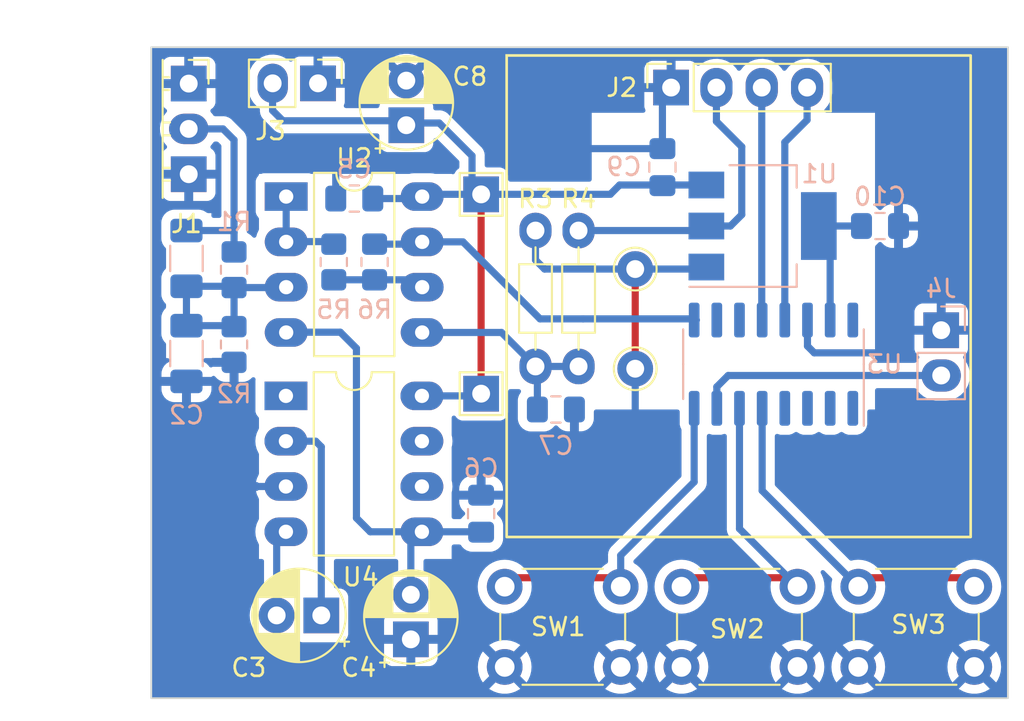
<source format=kicad_pcb>
(kicad_pcb (version 20221018) (generator pcbnew)
  (layers (0 "F.Cu" signal) (31 "B.Cu" signal) (34 "B.Paste" user) (35 "F.Paste" user) (36 "B.SilkS" user "B.Silkscreen") (37 "F.SilkS" user "F.Silkscreen") (38 "B.Mask" user) (39 "F.Mask" user) (44 "Edge.Cuts" user))
  (net 0 "")
  (net 1 "GND")
  (net 2 "IN+")
  (net 3 "+5V")
  (net 4 "V_NEG")
  (net 5 "Net-(U2A-+)")
  (net 6 "V_OFFSET")
  (net 7 "OUT_SIG")
  (net 8 "+3.3V")
  (net 11 "SWIO")
  (net 14 "SCL")
  (net 15 "SDA")
  (net 16 "BTN_L")
  (net 17 "BTN_C")
  (net 18 "BTN_R")
  (net 19 "Net-(U4-CAP+)")
  (net 20 "Net-(U4-CAP-)")
  (net 25 "Net-(U2B--)")
  (net 28 "Net-(U2A--)")
  (footprint "Capacitor_THT:CP_Radial_D5.0mm_P2.50mm" (layer "F.Cu") (at 164.527113 102.86 180)
    (fp_text reference "C3" (at 4.064 -2.931 180) (layer "F.SilkS"))
    (fp_text value "10u")
    (pad "1" thru_hole rect (at 0 0 180) (size 2 2) (drill 1) (layers "*.Cu" "*.Mask") (net 19 "Net-(U4-CAP+)"))
    (pad "2" thru_hole circle (at 2.5 0 180) (size 2 2) (drill 1) (layers "*.Cu" "*.Mask") (net 20 "Net-(U4-CAP-)"))
  )
  (footprint "Capacitor_THT:CP_Radial_D5.0mm_P2.50mm" (layer "F.Cu") (at 169.545 104.202113 90)
    (fp_text reference "C4" (at -1.588887 -2.921 180) (layer "F.SilkS"))
    (fp_text value "10u")
    (pad "1" thru_hole rect (at 0 0 90) (size 2 2) (drill 1) (layers "*.Cu" "*.Mask") (net 1 "GND"))
    (pad "2" thru_hole circle (at 2.5 0 90) (size 2 2) (drill 1) (layers "*.Cu" "*.Mask" "B.Adhes") (net 4 "V_NEG"))
  )
  (footprint "Connector_PinSocket_2.54mm:PinSocket_1x04_P2.54mm_Vertical" (layer "F.Cu") (at 184.128 73.263 90)
    (fp_text reference "J2" (at 0 -2.77 180) (layer "F.SilkS"))
    (fp_text value "OLED")
    (pad "1" thru_hole rect (at 0 0 90) (size 2 2) (drill 1) (layers "*.Cu" "*.Mask") (net 1 "GND"))
    (pad "2" thru_hole oval (at 0 2.54 90) (size 2.2 1.8) (drill 1) (layers "*.Cu" "*.Mask") (net 8 "+3.3V"))
    (pad "3" thru_hole oval (at 0 5.08 90) (size 2.2 1.8) (drill 1) (layers "*.Cu" "*.Mask") (net 14 "SCL"))
    (pad "4" thru_hole oval (at 0 7.62 90) (size 2.2 1.8) (drill oval 1) (layers "*.Cu" "*.Mask") (net 15 "SDA"))
  )
  (footprint "TestPoint:TestPoint_THTPad_2.0x2.0mm_Drill1.0mm" (layer "F.Cu") (at 173.485 90.427)
    (fp_text reference "TP6" hide)
    (fp_text value "TestPoint")
    (pad "1" thru_hole rect (at 0 0) (size 2 2) (drill 1) (layers "*.Cu" "*.Mask") (net 3 "+5V"))
  )
  (footprint "Connector_PinHeader_2.54mm:PinHeader_1x02_P2.54mm_Vertical" (layer "F.Cu") (at 164.343 73.025 -90)
    (fp_text reference "J3" (at 2.667 2.667) (layer "F.SilkS"))
    (fp_text value "Conn_01x02")
    (pad "1" thru_hole rect (at 0 0 270) (size 2 2) (drill 1) (layers "*.Cu" "*.Mask") (net 1 "GND"))
    (pad "2" thru_hole oval (at 0 2.54 270) (size 2.2 1.7) (drill 1) (layers "*.Cu" "*.Mask") (net 3 "+5V"))
  )
  (footprint "Button_Switch_THT:SW_PUSH_6mm" (layer "F.Cu") (at 174.804 101.25)
    (fp_text reference "SW1" (at 2.996 2.25) (layer "F.SilkS"))
    (fp_text value "Decrement")
    (pad "1" thru_hole circle (at 0 0 90) (size 2 2) (drill 1.1) (layers "*.Cu" "*.Mask") (net 16 "BTN_L"))
    (pad "1" thru_hole circle (at 6.5 0 90) (size 2 2) (drill 1.1) (layers "*.Cu" "*.Mask") (net 16 "BTN_L"))
    (pad "2" thru_hole circle (at 0 4.5 90) (size 2 2) (drill 1.1) (layers "*.Cu" "*.Mask") (net 1 "GND"))
    (pad "2" thru_hole circle (at 6.5 4.5 90) (size 2 2) (drill 1.1) (layers "*.Cu" "*.Mask") (net 1 "GND"))
  )
  (footprint "TestPoint:TestPoint_THTPad_D2.0mm_Drill1.0mm" (layer "F.Cu") (at 182.118 89.027)
    (fp_text reference "TP2" hide)
    (fp_text value "TestPoint")
    (pad "1" thru_hole circle (at 0 0) (size 2 2) (drill 1) (layers "*.Cu" "*.Mask") (net 1 "GND"))
  )
  (footprint "Button_Switch_THT:SW_PUSH_6mm" (layer "F.Cu") (at 184.71 101.25)
    (fp_text reference "SW2" (at 3.123 2.377) (layer "F.SilkS"))
    (fp_text value "Select")
    (pad "1" thru_hole circle (at 0 0 90) (size 2 2) (drill 1.1) (layers "*.Cu" "*.Mask") (net 17 "BTN_C"))
    (pad "1" thru_hole circle (at 6.5 0 90) (size 2 2) (drill 1.1) (layers "*.Cu" "*.Mask") (net 17 "BTN_C"))
    (pad "2" thru_hole circle (at 0 4.5 90) (size 2 2) (drill 1.1) (layers "*.Cu" "*.Mask") (net 1 "GND"))
    (pad "2" thru_hole circle (at 6.5 4.5 90) (size 2 2) (drill 1.1) (layers "*.Cu" "*.Mask") (net 1 "GND"))
  )
  (footprint "Package_DIP:DIP-8_W7.62mm_LongPads" (layer "F.Cu") (at 162.56 79.375)
    (fp_text reference "U2" (at 3.81 -2.159) (layer "F.SilkS"))
    (fp_text value "TL082")
    (pad "1" thru_hole rect (at 0 0) (size 2.4 1.6) (drill 0.8) (layers "*.Cu" "*.Mask") (net 28 "Net-(U2A--)"))
    (pad "2" thru_hole oval (at 0 2.54) (size 2.4 1.6) (drill 0.8) (layers "*.Cu" "*.Mask") (net 28 "Net-(U2A--)"))
    (pad "3" thru_hole oval (at 0 5.08) (size 2.4 1.6) (drill 0.8) (layers "*.Cu" "*.Mask") (net 5 "Net-(U2A-+)"))
    (pad "4" thru_hole oval (at 0 7.62) (size 2.4 1.6) (drill 0.8) (layers "*.Cu" "*.Mask") (net 4 "V_NEG"))
    (pad "5" thru_hole oval (at 7.62 7.62) (size 2.4 1.6) (drill 0.8) (layers "*.Cu" "*.Mask") (net 6 "V_OFFSET"))
    (pad "6" thru_hole oval (at 7.62 5.08) (size 2.4 1.6) (drill 0.8) (layers "*.Cu" "*.Mask") (net 25 "Net-(U2B--)"))
    (pad "7" thru_hole oval (at 7.62 2.54) (size 2.4 1.6) (drill 0.8) (layers "*.Cu" "*.Mask") (net 7 "OUT_SIG"))
    (pad "8" thru_hole oval (at 7.62 0) (size 2.4 1.6) (drill 0.8) (layers "*.Cu" "*.Mask") (net 3 "+5V"))
  )
  (footprint "Resistor_THT:R_Axial_DIN0204_L3.6mm_D1.6mm_P7.62mm_Horizontal" (layer "F.Cu") (at 178.943 81.279999 -90)
    (fp_text reference "R4" (at -1.777999 0 180) (layer "F.SilkS"))
    (fp_text value "60k")
    (pad "1" thru_hole oval (at 0 0 270) (size 2 1.8) (drill 1) (layers "*.Cu" "*.Mask") (net 8 "+3.3V"))
    (pad "2" thru_hole oval (at 7.62 0 270) (size 2 1.8) (drill 1) (layers "*.Cu" "*.Mask") (net 6 "V_OFFSET"))
  )
  (footprint "Package_DIP:DIP-8_W7.62mm_LongPads" (layer "F.Cu") (at 162.545 90.551)
    (fp_text reference "U4" (at 4.191 10.16) (layer "F.SilkS"))
    (fp_text value "ICL7660")
    (pad "1" thru_hole rect (at 0 0) (size 2.4 1.6) (drill 0.8) (layers "*.Cu" "*.Mask"))
    (pad "2" thru_hole oval (at 0 2.54) (size 2.4 1.6) (drill 0.8) (layers "*.Cu" "*.Mask") (net 19 "Net-(U4-CAP+)"))
    (pad "3" thru_hole oval (at 0 5.08) (size 2.4 1.6) (drill 0.8) (layers "*.Cu" "*.Mask") (net 1 "GND"))
    (pad "4" thru_hole oval (at 0 7.62) (size 2.4 1.6) (drill 0.8) (layers "*.Cu" "*.Mask") (net 20 "Net-(U4-CAP-)"))
    (pad "5" thru_hole oval (at 7.62 7.62) (size 2.4 1.6) (drill 0.8) (layers "*.Cu" "*.Mask") (net 4 "V_NEG"))
    (pad "6" thru_hole oval (at 7.62 5.08) (size 2.4 1.6) (drill 0.8) (layers "*.Cu" "*.Mask"))
    (pad "7" thru_hole oval (at 7.62 2.54) (size 2.4 1.6) (drill 0.8) (layers "*.Cu" "*.Mask"))
    (pad "8" thru_hole oval (at 7.62 0) (size 2.4 1.6) (drill 0.8) (layers "*.Cu" "*.Mask") (net 3 "+5V"))
  )
  (footprint "Button_Switch_THT:SW_PUSH_6mm" (layer "F.Cu") (at 194.616 101.25)
    (fp_text reference "SW3" (at 3.377 2.123) (layer "F.SilkS"))
    (fp_text value "Increment")
    (pad "1" thru_hole circle (at 0 0 90) (size 2 2) (drill 1.1) (layers "*.Cu" "*.Mask") (net 18 "BTN_R"))
    (pad "1" thru_hole circle (at 6.5 0 90) (size 2 2) (drill 1.1) (layers "*.Cu" "*.Mask") (net 18 "BTN_R"))
    (pad "2" thru_hole circle (at 0 4.5 90) (size 2 2) (drill 1.1) (layers "*.Cu" "*.Mask") (net 1 "GND"))
    (pad "2" thru_hole circle (at 6.5 4.5 90) (size 2 2) (drill 1.1) (layers "*.Cu" "*.Mask") (net 1 "GND"))
  )
  (footprint "Resistor_THT:R_Axial_DIN0204_L3.6mm_D1.6mm_P7.62mm_Horizontal" (layer "F.Cu") (at 176.53 88.9 90)
    (fp_text reference "R3" (at 9.398 0 180) (layer "F.SilkS"))
    (fp_text value "20k")
    (pad "1" thru_hole oval (at 0 0 90) (size 2 1.8) (drill 1) (layers "*.Cu" "*.Mask") (net 6 "V_OFFSET"))
    (pad "2" thru_hole oval (at 7.62 0 90) (size 2 1.8) (drill 1) (layers "*.Cu" "*.Mask") (net 1 "GND"))
  )
  (footprint "Connector_PinSocket_2.54mm:PinSocket_1x03_P2.54mm_Horizontal" (layer "F.Cu") (at 157.099 73.04)
    (fp_text reference "J1" (at -0.127 7.859) (layer "F.SilkS"))
    (fp_text value "IN")
    (pad "1" thru_hole rect (at 0 0) (size 2 2) (drill 1) (layers "*.Cu" "*.Mask") (net 1 "GND"))
    (pad "2" thru_hole oval (at 0 2.54) (size 2.2 1.7) (drill 1) (layers "*.Cu" "*.Mask") (net 2 "IN+"))
    (pad "3" thru_hole rect (at 0 5.08) (size 2 2) (drill 1) (layers "*.Cu" "*.Mask") (net 1 "GND"))
  )
  (footprint "Capacitor_THT:CP_Radial_D5.0mm_P2.50mm" (layer "F.Cu") (at 169.291 75.373113 90)
    (fp_text reference "C8" (at 2.733113 3.556 180) (layer "F.SilkS"))
    (fp_text value "100u")
    (pad "1" thru_hole rect (at 0 0 90) (size 2 2) (drill 1) (layers "*.Cu" "*.Mask") (net 3 "+5V"))
    (pad "2" thru_hole circle (at 2.5 0 90) (size 2 2) (drill 1) (layers "*.Cu" "*.Mask") (net 1 "GND"))
  )
  (footprint "TestPoint:TestPoint_THTPad_D2.0mm_Drill1.0mm" (layer "F.Cu") (at 182.118 83.439)
    (fp_text reference "TP1" hide)
    (fp_text value "TestPoint")
    (pad "1" thru_hole circle (at 0 0) (size 2 2) (drill 1) (layers "*.Cu" "*.Mask") (net 1 "GND"))
  )
  (footprint "TestPoint:TestPoint_THTPad_2.0x2.0mm_Drill1.0mm" (layer "F.Cu") (at 173.485 79.251)
    (fp_text reference "TP3" hide)
    (fp_text value "TestPoint")
    (pad "1" thru_hole rect (at 0 0) (size 2 2) (drill 1) (layers "*.Cu" "*.Mask") (net 3 "+5V"))
  )
  (footprint "Capacitor_SMD:C_0805_2012Metric_Pad1.18x1.45mm_HandSolder" (layer "B.Cu") (at 166.375 79.486 180)
    (fp_text reference "C5" (at 0.005 1.651) (layer "B.SilkS") (effects (justify mirror)))
    (fp_text value "100n")
    (pad "1" smd roundrect (at -1.0375 0 180) (size 1.175 1.45) (layers "B.Cu" "B.Paste" "B.Mask") (roundrect_rratio 0.2127659574) (net 3 "+5V"))
    (pad "2" smd roundrect (at 1.0375 0 180) (size 1.175 1.45) (layers "B.Cu" "B.Paste" "B.Mask") (roundrect_rratio 0.2127659574) (net 1 "GND"))
  )
  (footprint "Resistor_SMD:R_0805_2012Metric_Pad1.20x1.40mm_HandSolder" (layer "B.Cu") (at 159.639 87.6685 -90)
    (fp_text reference "R2" (at 2.7725 0) (layer "B.SilkS") (effects (justify mirror)))
    (fp_text value "500k")
    (pad "1" smd roundrect (at -1 0 270) (size 1.2 1.4) (layers "B.Cu" "B.Paste" "B.Mask") (roundrect_rratio 0.2083333333) (net 5 "Net-(U2A-+)"))
    (pad "2" smd roundrect (at 1 0 270) (size 1.2 1.4) (layers "B.Cu" "B.Paste" "B.Mask") (roundrect_rratio 0.2083333333) (net 1 "GND"))
  )
  (footprint "Capacitor_SMD:C_0805_2012Metric_Pad1.18x1.45mm_HandSolder" (layer "B.Cu") (at 195.834 81.026)
    (fp_text reference "C10" (at 0 -1.651 180) (layer "B.SilkS") (effects (justify mirror)))
    (fp_text value "100n")
    (pad "1" smd roundrect (at -1.0375 0) (size 1.175 1.45) (layers "B.Cu" "B.Paste" "B.Mask") (roundrect_rratio 0.2127659574) (net 8 "+3.3V"))
    (pad "2" smd roundrect (at 1.0375 0) (size 1.175 1.45) (layers "B.Cu" "B.Paste" "B.Mask") (roundrect_rratio 0.2127659574) (net 1 "GND"))
  )
  (footprint "Package_TO_SOT_SMD:SOT-223-3_TabPin2" (layer "B.Cu") (at 189.255 81.026)
    (fp_text reference "U1" (at 3.175 -2.921) (layer "B.SilkS") (effects (justify mirror)))
    (fp_text value "AMS1117-3.3")
    (pad "1" smd rect (at -3.15 2.3) (size 2 1.5) (layers "B.Cu" "B.Paste" "B.Mask") (net 1 "GND"))
    (pad "2" smd rect (at -3.15 0) (size 2 1.5) (layers "B.Cu" "B.Paste" "B.Mask") (net 8 "+3.3V"))
    (pad "2" smd rect (at 3.15 0) (size 2 3.8) (layers "B.Cu" "B.Paste" "B.Mask") (net 8 "+3.3V"))
    (pad "3" smd rect (at -3.15 -2.3) (size 2 1.5) (layers "B.Cu" "B.Paste" "B.Mask") (net 3 "+5V"))
  )
  (footprint "Capacitor_SMD:C_1206_3216Metric_Pad1.33x1.80mm_HandSolder" (layer "B.Cu") (at 156.972 88.1765 -90)
    (fp_text reference "C2" (at 3.4505 0) (layer "B.SilkS") (effects (justify mirror)))
    (fp_text value "22p")
    (pad "1" smd roundrect (at -1.5625 0 270) (size 1.325 1.8) (layers "B.Cu" "B.Paste" "B.Mask") (roundrect_rratio 0.1886792453) (net 5 "Net-(U2A-+)"))
    (pad "2" smd roundrect (at 1.5625 0 270) (size 1.325 1.8) (layers "B.Cu" "B.Paste" "B.Mask") (roundrect_rratio 0.1886792453) (net 1 "GND"))
  )
  (footprint "Package_SO:SOIC-16_3.9x9.9mm_P1.27mm" (layer "B.Cu") (at 189.865 88.773 90)
    (fp_text reference "U3" (at 0 6.223 180) (layer "B.SilkS") (effects (justify mirror)))
    (fp_text value "CH32V003A4M6")
    (pad "1" smd roundrect (at -2.475 4.445 90) (size 1.95 0.6) (layers "B.Cu" "B.Paste" "B.Mask"))
    (pad "2" smd roundrect (at -2.475 3.175 90) (size 1.95 0.6) (layers "B.Cu" "B.Paste" "B.Mask"))
    (pad "3" smd roundrect (at -2.475 1.905 90) (size 1.95 0.6) (layers "B.Cu" "B.Paste" "B.Mask"))
    (pad "4" smd roundrect (at -2.475 0.635 90) (size 1.95 0.6) (layers "B.Cu" "B.Paste" "B.Mask"))
    (pad "5" smd roundrect (at -2.475 -0.635 90) (size 1.95 0.6) (layers "B.Cu" "B.Paste" "B.Mask") (net 18 "BTN_R"))
    (pad "6" smd roundrect (at -2.475 -1.905 90) (size 1.95 0.6) (layers "B.Cu" "B.Paste" "B.Mask") (net 17 "BTN_C"))
    (pad "7" smd roundrect (at -2.475 -3.175 90) (size 1.95 0.6) (layers "B.Cu" "B.Paste" "B.Mask") (net 11 "SWIO"))
    (pad "8" smd roundrect (at -2.475 -4.445 90) (size 1.95 0.6) (layers "B.Cu" "B.Paste" "B.Mask") (net 16 "BTN_L"))
    (pad "9" smd roundrect (at 2.475 -4.445 90) (size 1.95 0.6) (layers "B.Cu" "B.Paste" "B.Mask") (net 7 "OUT_SIG"))
    (pad "10" smd roundrect (at 2.475 -3.175 90) (size 1.95 0.6) (layers "B.Cu" "B.Paste" "B.Mask"))
    (pad "11" smd roundrect (at 2.475 -1.905 90) (size 1.95 0.6) (layers "B.Cu" "B.Paste" "B.Mask"))
    (pad "12" smd roundrect (at 2.475 -0.635 90) (size 1.95 0.6) (layers "B.Cu" "B.Paste" "B.Mask") (net 14 "SCL"))
    (pad "13" smd roundrect (at 2.475 0.635 90) (size 1.95 0.6) (layers "B.Cu" "B.Paste" "B.Mask") (net 15 "SDA"))
    (pad "14" smd roundrect (at 2.475 1.905 90) (size 1.95 0.6) (layers "B.Cu" "B.Paste" "B.Mask") (net 1 "GND"))
    (pad "15" smd roundrect (at 2.475 3.175 90) (size 1.95 0.6) (layers "B.Cu" "B.Paste" "B.Mask") (net 8 "+3.3V"))
    (pad "16" smd roundrect (at 2.475 4.445 90) (size 1.95 0.6) (layers "B.Cu" "B.Paste" "B.Mask"))
  )
  (footprint "Capacitor_SMD:C_1206_3216Metric_Pad1.33x1.80mm_HandSolder" (layer "B.Cu") (at 156.972 82.8425 -90)
    (fp_text reference "C1" hide)
    (fp_text value "22p")
    (pad "1" smd roundrect (at -1.5625 0 270) (size 1.325 1.8) (layers "B.Cu" "B.Paste" "B.Mask") (roundrect_rratio 0.1886792453) (net 2 "IN+"))
    (pad "2" smd roundrect (at 1.5625 0 270) (size 1.325 1.8) (layers "B.Cu" "B.Paste" "B.Mask") (roundrect_rratio 0.1886792453) (net 5 "Net-(U2A-+)"))
  )
  (footprint "Capacitor_SMD:C_0805_2012Metric_Pad1.18x1.45mm_HandSolder" (layer "B.Cu") (at 173.482 97.155 -90)
    (fp_text reference "C6" (at -2.54 0 180) (layer "B.SilkS") (effects (justify mirror)))
    (fp_text value "100n")
    (pad "1" smd roundrect (at -1.0375 0 270) (size 1.175 1.45) (layers "B.Cu" "B.Paste" "B.Mask") (roundrect_rratio 0.2127659574) (net 1 "GND"))
    (pad "2" smd roundrect (at 1.0375 0 270) (size 1.175 1.45) (layers "B.Cu" "B.Paste" "B.Mask") (roundrect_rratio 0.2127659574) (net 4 "V_NEG"))
  )
  (footprint "Resistor_SMD:R_0805_2012Metric_Pad1.20x1.40mm_HandSolder" (layer "B.Cu") (at 167.513 83.042 -90)
    (fp_text reference "R6" (at 2.667 0 180) (layer "B.SilkS") (effects (justify mirror)))
    (fp_text value "20k")
    (pad "1" smd roundrect (at -1 0 270) (size 1.2 1.4) (layers "B.Cu" "B.Paste" "B.Mask") (roundrect_rratio 0.2083333333) (net 7 "OUT_SIG"))
    (pad "2" smd roundrect (at 1 0 270) (size 1.2 1.4) (layers "B.Cu" "B.Paste" "B.Mask") (roundrect_rratio 0.2083333333) (net 25 "Net-(U2B--)"))
  )
  (footprint "Capacitor_SMD:C_0805_2012Metric_Pad1.18x1.45mm_HandSolder" (layer "B.Cu") (at 177.673 91.313)
    (fp_text reference "C7" (at 0 2.032 180) (layer "B.SilkS") (effects (justify mirror)))
    (fp_text value "100n")
    (pad "1" smd roundrect (at -1.0375 0) (size 1.175 1.45) (layers "B.Cu" "B.Paste" "B.Mask") (roundrect_rratio 0.2127659574) (net 6 "V_OFFSET"))
    (pad "2" smd roundrect (at 1.0375 0) (size 1.175 1.45) (layers "B.Cu" "B.Paste" "B.Mask") (roundrect_rratio 0.2127659574) (net 1 "GND"))
  )
  (footprint "Resistor_SMD:R_0805_2012Metric_Pad1.20x1.40mm_HandSolder" (layer "B.Cu") (at 159.639 83.4775 -90)
    (fp_text reference "R1" (at -2.6885 0) (layer "B.SilkS") (effects (justify mirror)))
    (fp_text value "500k")
    (pad "1" smd roundrect (at -1 0 270) (size 1.2 1.4) (layers "B.Cu" "B.Paste" "B.Mask") (roundrect_rratio 0.2083333333) (net 2 "IN+"))
    (pad "2" smd roundrect (at 1 0 270) (size 1.2 1.4) (layers "B.Cu" "B.Paste" "B.Mask") (roundrect_rratio 0.2083333333) (net 5 "Net-(U2A-+)"))
  )
  (footprint "Connector_PinHeader_2.54mm:PinHeader_1x02_P2.54mm_Vertical" (layer "B.Cu") (at 199.263 86.868 180)
    (fp_text reference "J4" (at 0 2.33) (layer "B.SilkS") (effects (justify mirror)))
    (fp_text value "Debug/Prog")
    (pad "1" thru_hole rect (at 0 0 180) (size 2 2) (drill 1) (layers "*.Cu" "*.Mask") (net 1 "GND"))
    (pad "2" thru_hole oval (at 0 -2.54 180) (size 2.2 1.8) (drill 1) (layers "*.Cu" "*.Mask") (net 11 "SWIO"))
  )
  (footprint "Capacitor_SMD:C_0805_2012Metric_Pad1.18x1.45mm_HandSolder" (layer "B.Cu") (at 183.642 77.724 -90)
    (fp_text reference "C9" (at -0.0215 2.159 180) (layer "B.SilkS") (effects (justify mirror)))
    (fp_text value "100n")
    (pad "1" smd roundrect (at -1.0375 0 270) (size 1.175 1.45) (layers "B.Cu" "B.Paste" "B.Mask") (roundrect_rratio 0.2127659574) (net 1 "GND"))
    (pad "2" smd roundrect (at 1.0375 0 270) (size 1.175 1.45) (layers "B.Cu" "B.Paste" "B.Mask") (roundrect_rratio 0.2127659574) (net 3 "+5V"))
  )
  (footprint "Resistor_SMD:R_0805_2012Metric_Pad1.20x1.40mm_HandSolder" (layer "B.Cu") (at 165.227 83.042 -90)
    (fp_text reference "R5" (at 2.667 0 180) (layer "B.SilkS") (effects (justify mirror)))
    (fp_text value "20k")
    (pad "1" smd roundrect (at -1 0 270) (size 1.2 1.4) (layers "B.Cu" "B.Paste" "B.Mask") (roundrect_rratio 0.2083333333) (net 28 "Net-(U2A--)"))
    (pad "2" smd roundrect (at 1 0 270) (size 1.2 1.4) (layers "B.Cu" "B.Paste" "B.Mask") (roundrect_rratio 0.2083333333) (net 25 "Net-(U2B--)"))
  )
  (gr_rect (start 174.914 71.463) (end 200.914 98.463) (stroke (width 0.15)) (fill none) (layer "F.SilkS"))
  (gr_rect (start 155 71) (end 203 107.5) (stroke (width 0.1)) (fill none) (layer "Edge.Cuts"))
  (segment (start 182.118 83.439) (end 182.118 88.392) (width 0.4) (layer "F.Cu") (net 1))
  (segment (start 191.77 87.757) (end 192.151 88.138) (width 0.4) (layer "B.Cu") (net 1))
  (segment (start 182.118 88.392) (end 182.118 91.694) (width 0.4) (layer "B.Cu") (net 1))
  (segment (start 177.038 83.439) (end 183.007 83.439) (width 0.4) (layer "B.Cu") (net 1))
  (segment (start 184.128 76.4545) (end 184.023 76.5595) (width 0.4) (layer "B.Cu") (net 1))
  (segment (start 192.151 88.138) (end 195.707 88.138) (width 0.4) (layer "B.Cu") (net 1))
  (segment (start 162.545 95.631) (end 159.639 95.631) (width 0.4) (layer "B.Cu") (net 1))
  (segment (start 183.007 83.439) (end 186.475 83.439) (width 0.4) (layer "B.Cu") (net 1))
  (segment (start 165.3375 79.486) (end 165.3375 77.0565) (width 0.4) (layer "B.Cu") (net 1))
  (segment (start 186.475 83.439) (end 186.588 83.326) (width 0.4) (layer "B.Cu") (net 1))
  (segment (start 183.642 76.6865) (end 179.2185 76.6865) (width 0.4) (layer "B.Cu") (net 1))
  (segment (start 183.642 76.6865) (end 183.642 73.749) (width 0.4) (layer "B.Cu") (net 1))
  (segment (start 183.642 73.749) (end 184.128 73.263) (width 0.4) (layer "B.Cu") (net 1))
  (segment (start 191.77 86.298) (end 191.77 87.757) (width 0.4) (layer "B.Cu") (net 1))
  (segment (start 176.53 82.931) (end 177.038 83.439) (width 0.4) (layer "B.Cu") (net 1))
  (segment (start 176.53 81.28) (end 176.53 82.931) (width 0.4) (layer "B.Cu") (net 1))
  (segment (start 156.972 81.28) (end 159.512 81.28) (width 0.4) (layer "B.Cu") (net 2))
  (segment (start 159.639 81.407) (end 159.639 82.4775) (width 0.4) (layer "B.Cu") (net 2))
  (segment (start 159.019 75.58) (end 157.099 75.58) (width 0.4) (layer "B.Cu") (net 2))
  (segment (start 159.639 76.2) (end 159.019 75.58) (width 0.4) (layer "B.Cu") (net 2))
  (segment (start 159.639 81.407) (end 159.639 76.2) (width 0.4) (layer "B.Cu") (net 2))
  (segment (start 159.512 81.28) (end 159.639 81.407) (width 0.4) (layer "B.Cu") (net 2))
  (segment (start 173.482 79.254) (end 173.482 90.424) (width 0.4) (layer "F.Cu") (net 3))
  (segment (start 173.115 78.726) (end 172.593 79.248) (width 0.4) (layer "B.Cu") (net 3))
  (segment (start 169.418 90.551) (end 172.847 90.551) (width 0.4) (layer "B.Cu") (net 3))
  (segment (start 170.3285 79.2105) (end 170.18 79.359) (width 0.4) (layer "B.Cu") (net 3))
  (segment (start 186.4965 78.6345) (end 186.588 78.726) (width 0.4) (layer "B.Cu") (net 3))
  (segment (start 167.4125 79.486) (end 170.053 79.486) (width 0.4) (layer "B.Cu") (net 3))
  (segment (start 168.788 75.250113) (end 171.135113 75.250113) (width 0.4) (layer "B.Cu") (net 3))
  (segment (start 162.372113 75.123113) (end 161.798 74.549) (width 0.4) (layer "B.Cu") (net 3))
  (segment (start 172.847 90.551) (end 172.974 90.424) (width 0.4) (layer "B.Cu") (net 3))
  (segment (start 181.243 78.726) (end 186.105 78.726) (width 0.4) (layer "B.Cu") (net 3))
  (segment (start 171.135113 75.250113) (end 172.974 77.089) (width 0.4) (layer "B.Cu") (net 3))
  (segment (start 170.053 79.486) (end 170.18 79.359) (width 0.4) (layer "B.Cu") (net 3))
  (segment (start 170.307 79.232) (end 170.18 79.359) (width 0.4) (layer "B.Cu") (net 3))
  (segment (start 180.721 79.248) (end 181.243 78.726) (width 0.4) (layer "B.Cu") (net 3))
  (segment (start 161.798 74.549) (end 161.798 73.025) (width 0.4) (layer "B.Cu") (net 3))
  (segment (start 172.974 79.248) (end 169.545 79.248) (width 0.4) (layer "B.Cu") (net 3))
  (segment (start 172.974 77.089) (end 172.974 79.248) (width 0.4) (layer "B.Cu") (net 3))
  (segment (start 172.593 79.248) (end 180.721 79.248) (width 0.4) (layer "B.Cu") (net 3))
  (segment (start 169.164 75.123113) (end 162.372113 75.123113) (width 0.4) (layer "B.Cu") (net 3))
  (segment (start 170.434 79.105) (end 170.18 79.359) (width 0.4) (layer "B.Cu") (net 3))
  (segment (start 167.269 98.171) (end 166.497 97.399) (width 0.4) (layer "B.Cu") (net 4))
  (segment (start 166.497 97.399) (end 166.497 87.884) (width 0.4) (layer "B.Cu") (net 4))
  (segment (start 170.165 98.171) (end 173.4605 98.171) (width 0.4) (layer "B.Cu") (net 4))
  (segment (start 166.497 87.884) (end 165.592 86.979) (width 0.4) (layer "B.Cu") (net 4))
  (segment (start 170.165 98.171) (end 167.269 98.171) (width 0.4) (layer "B.Cu") (net 4))
  (segment (start 169.545 98.791) (end 170.165 98.171) (width 0.4) (layer "B.Cu") (net 4))
  (segment (start 169.418 101.800112) (end 169.433 101.815112) (width 0.4) (layer "B.Cu") (net 4))
  (segment (start 165.592 86.979) (end 162.56 86.979) (width 0.4) (layer "B.Cu") (net 4))
  (segment (start 173.4605 98.171) (end 173.482 98.1925) (width 0.4) (layer "B.Cu") (net 4))
  (segment (start 162.56 86.979) (end 162.56 87.462) (width 0.4) (layer "B.Cu") (net 4))
  (segment (start 169.545 101.702113) (end 169.545 98.791) (width 0.4) (layer "B.Cu") (net 4))
  (segment (start 159.164 84.532) (end 159.258 84.626) (width 0.4) (layer "B.Cu") (net 5))
  (segment (start 159.5845 86.614) (end 159.639 86.6685) (width 0.4) (layer "B.Cu") (net 5))
  (segment (start 159.5665 84.405) (end 159.639 84.4775) (width 0.4) (layer "B.Cu") (net 5))
  (segment (start 159.242 86.42) (end 159.258 86.436) (width 0.4) (layer "B.Cu") (net 5))
  (segment (start 162.5545 84.4445) (end 162.56 84.439) (width 0.4) (layer "B.Cu") (net 5))
  (segment (start 156.972 86.4655) (end 156.972 84.532) (width 0.4) (layer "B.Cu") (net 5))
  (segment (start 159.639 84.4775) (end 159.639 86.6685) (width 0.4) (layer "B.Cu") (net 5))
  (segment (start 159.2285 86.4655) (end 159.258 86.436) (width 0.4) (layer "B.Cu") (net 5))
  (segment (start 162.5375 84.4775) (end 162.56 84.455) (width 0.4) (layer "B.Cu") (net 5))
  (segment (start 156.972 86.614) (end 159.5845 86.614) (width 0.4) (layer "B.Cu") (net 5))
  (segment (start 156.972 84.405) (end 159.5665 84.405) (width 0.4) (layer "B.Cu") (net 5))
  (segment (start 159.2205 84.6635) (end 159.258 84.626) (width 0.4) (layer "B.Cu") (net 5))
  (segment (start 159.639 84.4775) (end 162.5375 84.4775) (width 0.4) (layer "B.Cu") (net 5))
  (segment (start 169.418 86.995) (end 174.625 86.995) (width 0.4) (layer "B.Cu") (net 6))
  (segment (start 176.6355 91.313) (end 176.6355 89.0055) (width 0.4) (layer "B.Cu") (net 6))
  (segment (start 174.625 86.995) (end 176.53 88.9) (width 0.4) (layer "B.Cu") (net 6))
  (segment (start 176.53 88.9) (end 178.943 88.899999) (width 0.4) (layer "B.Cu") (net 6))
  (segment (start 176.6355 89.0055) (end 176.53 88.9) (width 0.4) (layer "B.Cu") (net 6))
  (segment (start 172.466 81.915) (end 176.784 86.233) (width 0.4) (layer "B.Cu") (net 7))
  (segment (start 169.418 81.915) (end 171.069 81.915) (width 0.4) (layer "B.Cu") (net 7))
  (segment (start 179.197 86.233) (end 185.482 86.233) (width 0.4) (layer "B.Cu") (net 7))
  (segment (start 185.482 86.233) (end 185.547 86.298) (width 0.4) (layer "B.Cu") (net 7))
  (segment (start 170.037 82.042) (end 170.18 81.899) (width 0.4) (layer "B.Cu") (net 7))
  (segment (start 167.513 82.042) (end 170.037 82.042) (width 0.4) (layer "B.Cu") (net 7))
  (segment (start 170.18 81.915) (end 172.466 81.915) (width 0.4) (layer "B.Cu") (net 7))
  (segment (start 176.784 86.233) (end 179.197 86.233) (width 0.4) (layer "B.Cu") (net 7))
  (segment (start 188.087 80.391) (end 188.087 76.581) (width 0.4) (layer "B.Cu") (net 8))
  (segment (start 193.04 86.298) (end 193.04 81.661) (width 0.4) (layer "B.Cu") (net 8))
  (segment (start 188.087 76.581) (end 186.668 75.162) (width 0.4) (layer "B.Cu") (net 8))
  (segment (start 178.943 81.279999) (end 185.851001 81.279999) (width 0.4) (layer "B.Cu") (net 8))
  (segment (start 185.851001 81.279999) (end 186.105 81.026) (width 0.4) (layer "B.Cu") (net 8))
  (segment (start 179.196999 81.026) (end 178.943 81.279999) (width 0.4) (layer "B.Cu") (net 8))
  (segment (start 194.7965 81.026) (end 192.405 81.026) (width 0.4) (layer "B.Cu") (net 8))
  (segment (start 186.668 75.162) (end 186.668 73.263) (width 0.4) (layer "B.Cu") (net 8))
  (segment (start 187.452 81.026) (end 188.087 80.391) (width 0.4) (layer "B.Cu") (net 8))
  (segment (start 186.105 81.026) (end 187.452 81.026) (width 0.4) (layer "B.Cu") (net 8))
  (segment (start 186.334001 81.279999) (end 186.588 81.026) (width 0.4) (layer "B.Cu") (net 8))
  (segment (start 186.69 91.248) (end 186.69 90.043) (width 0.4) (layer "B.Cu") (net 11))
  (segment (start 198.882 89.408) (end 198.887 89.403) (width 0.4) (layer "B.Cu") (net 11))
  (segment (start 187.325 89.408) (end 198.882 89.408) (width 0.4) (layer "B.Cu") (net 11))
  (segment (start 186.69 90.043) (end 187.325 89.408) (width 0.4) (layer "B.Cu") (net 11))
  (segment (start 189.208 73.263) (end 189.208 86.276) (width 0.4) (layer "B.Cu") (net 14))
  (segment (start 189.208 86.276) (end 189.23 86.298) (width 0.4) (layer "B.Cu") (net 14))
  (segment (start 190.5 76.327) (end 190.5 86.298) (width 0.4) (layer "B.Cu") (net 15))
  (segment (start 191.748 75.079) (end 190.5 76.327) (width 0.4) (layer "B.Cu") (net 15))
  (segment (start 191.748 73.263) (end 191.748 75.079) (width 0.4) (layer "B.Cu") (net 15))
  (segment (start 174.804 100.747) (end 181.304 100.747) (width 0.4) (layer "F.Cu") (net 16))
  (segment (start 185.42 91.248) (end 185.42 95.377) (width 0.4) (layer "B.Cu") (net 16))
  (segment (start 185.42 95.377) (end 181.304 99.493) (width 0.4) (layer "B.Cu") (net 16))
  (segment (start 181.304 99.493) (end 181.304 101.25) (width 0.4) (layer "B.Cu") (net 16))
  (segment (start 184.71 100.747) (end 191.21 100.747) (width 0.4) (layer "F.Cu") (net 17))
  (segment (start 191.21 101.25) (end 187.96 98) (width 0.4) (layer "B.Cu") (net 17))
  (segment (start 187.96 98) (end 187.96 91.248) (width 0.4) (layer "B.Cu") (net 17))
  (segment (start 194.616 100.747) (end 201.116 100.747) (width 0.4) (layer "F.Cu") (net 18))
  (segment (start 194.616 101.25) (end 189.23 95.864) (width 0.4) (layer "B.Cu") (net 18))
  (segment (start 189.23 95.864) (end 189.23 91.248) (width 0.4) (layer "B.Cu") (net 18))
  (segment (start 162.545 93.091) (end 164.211 93.091) (width 0.4) (layer "B.Cu") (net 19))
  (segment (start 164.527113 93.407113) (end 164.527113 102.86) (width 0.4) (layer "B.Cu") (net 19))
  (segment (start 164.211 93.091) (end 164.527113 93.407113) (width 0.4) (layer "B.Cu") (net 19))
  (segment (start 164.846 102.225) (end 164.211 102.86) (width 0.4) (layer "B.Cu") (net 19))
  (segment (start 161.798 102.365887) (end 162.038113 102.606) (width 0.4) (layer "B.Cu") (net 20))
  (segment (start 162.027113 102.86) (end 162.027113 98.688887) (width 0.4) (layer "B.Cu") (net 20))
  (segment (start 162.027113 98.688887) (end 162.545 98.171) (width 0.4) (layer "B.Cu") (net 20))
  (segment (start 169.783 84.042) (end 170.18 84.439) (width 0.4) (layer "B.Cu") (net 25))
  (segment (start 165.354 84.042) (end 167.513 84.042) (width 0.4) (layer "B.Cu") (net 25))
  (segment (start 167.513 84.042) (end 169.783 84.042) (width 0.4) (layer "B.Cu") (net 25))
  (segment (start 162.56 81.899) (end 165.211 81.899) (width 0.4) (layer "B.Cu") (net 28))
  (segment (start 165.211 81.899) (end 165.354 82.042) (width 0.4) (layer "B.Cu") (net 28))
  (segment (start 162.56 79.359) (end 162.56 81.899) (width 0.4) (layer "B.Cu") (net 28))
  (zone (net 1) (net_name "GND") (layer "B.Cu") (connect_pads (clearance 0.508)) (min_thickness 0.25) (fill yes (thermal_gap 0.5) (thermal_bridge_width 0.5))
    (polygon (pts (xy 155 71) (xy 203 71) (xy 203 107.5) (xy 155 107.5)))
  )
  (zone (net 0) (net_name "") (layers "B.Cu" "Edge.Cuts") (connect_pads (clearance 0)) (min_thickness 0.25)
    (keepout (tracks allowed) (vias allowed) (pads allowed) (copperpour not_allowed) (footprints allowed))
    (fill (thermal_gap 0.5) (thermal_bridge_width 0.5))
    (polygon (pts (xy 179.68 74.676) (xy 195.555 74.676) (xy 195.555 91.313) (xy 179.68 91.313)))
  )
  (zone (net 0) (net_name "") (layers "B.Cu" "Edge.Cuts") (connect_pads (clearance 0)) (min_thickness 0.25)
    (keepout (tracks allowed) (vias allowed) (pads allowed) (copperpour not_allowed) (footprints allowed))
    (fill (thermal_gap 0.5) (thermal_bridge_width 0.5))
    (polygon (pts (xy 161.036 78.105) (xy 171.831 78.105) (xy 171.831 99.695) (xy 161.036 99.695)))
  )
  (zone (net 0) (net_name "") (layers "B.Cu" "Edge.Cuts") (connect_pads (clearance 0)) (min_thickness 0.25)
    (keepout (tracks allowed) (vias allowed) (pads allowed) (copperpour not_allowed) (footprints allowed))
    (fill (thermal_gap 0.5) (thermal_bridge_width 0.5))
    (polygon (pts (xy 173.863 80.01) (xy 180.467 80.01) (xy 180.467 90.17) (xy 173.863 90.17)))
  )
  (zone (net 0) (net_name "") (layers "B.Cu" "Edge.Cuts") (connect_pads (clearance 0)) (min_thickness 0.25)
    (keepout (tracks allowed) (vias allowed) (pads allowed) (copperpour not_allowed) (footprints allowed))
    (fill (thermal_gap 0.5) (thermal_bridge_width 0.5))
    (polygon (pts (xy 155.829 80.3025) (xy 158.369 80.3025) (xy 158.369 88.4305) (xy 155.829 88.4305)))
  )
)
</source>
